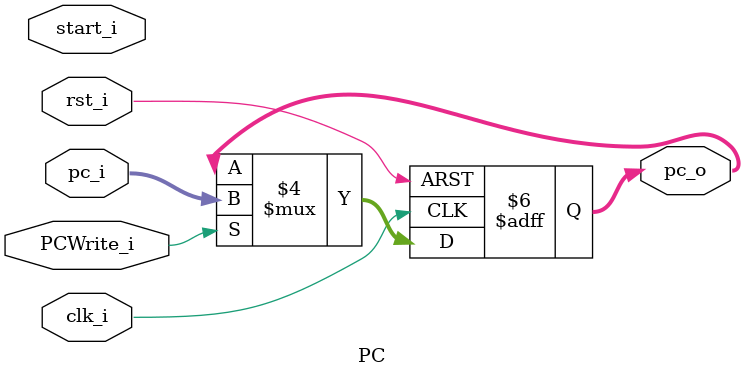
<source format=v>
module PC
(
    clk_i,
    rst_i,
    start_i,
    pc_i,
    pc_o,
    PCWrite_i
);

// Ports
input               clk_i;
input               rst_i;
input               start_i;
input PCWrite_i;
input   [31:0]      pc_i;
output  [31:0]      pc_o;


// Wires & Registers
reg     [31:0]      pc_o;


always@(posedge clk_i or negedge rst_i) begin
    // $display("rst = %d bitch", rst_i);
    if(~rst_i) begin // should reset
        pc_o <= 32'b0;
    end
    else begin // shouldn't reset
        if(start_i) // should start
            pc_o <= pc_i;
        else begin// not starting
             //PCwrite_i =0 means stall 1 means no stall
            pc_o<=pc_o;
        end
        if(PCWrite_i) pc_o <= pc_i;
        else pc_o<=pc_o;
    end
    // if (start_i) begin 
    //     if(PCWrite_i == 1) pc_o <= pc_i;
    //     else pc_o <= pc_o;
    // end
    // else pc_o <= 32'b0;
     
end

endmodule

</source>
